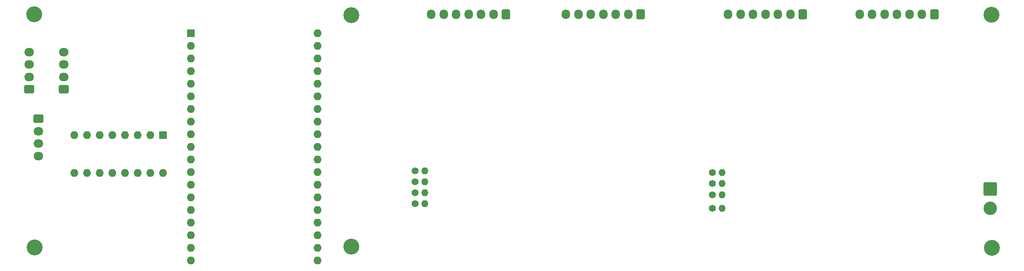
<source format=gbr>
%TF.GenerationSoftware,KiCad,Pcbnew,9.0.4*%
%TF.CreationDate,2025-10-02T14:04:06+09:00*%
%TF.ProjectId,LTC6811_ESP32_Master_V5P3,4c544336-3831-4315-9f45-535033325f4d,rev?*%
%TF.SameCoordinates,Original*%
%TF.FileFunction,Soldermask,Bot*%
%TF.FilePolarity,Negative*%
%FSLAX46Y46*%
G04 Gerber Fmt 4.6, Leading zero omitted, Abs format (unit mm)*
G04 Created by KiCad (PCBNEW 9.0.4) date 2025-10-02 14:04:06*
%MOMM*%
%LPD*%
G01*
G04 APERTURE LIST*
G04 Aperture macros list*
%AMRoundRect*
0 Rectangle with rounded corners*
0 $1 Rounding radius*
0 $2 $3 $4 $5 $6 $7 $8 $9 X,Y pos of 4 corners*
0 Add a 4 corners polygon primitive as box body*
4,1,4,$2,$3,$4,$5,$6,$7,$8,$9,$2,$3,0*
0 Add four circle primitives for the rounded corners*
1,1,$1+$1,$2,$3*
1,1,$1+$1,$4,$5*
1,1,$1+$1,$6,$7*
1,1,$1+$1,$8,$9*
0 Add four rect primitives between the rounded corners*
20,1,$1+$1,$2,$3,$4,$5,0*
20,1,$1+$1,$4,$5,$6,$7,0*
20,1,$1+$1,$6,$7,$8,$9,0*
20,1,$1+$1,$8,$9,$2,$3,0*%
G04 Aperture macros list end*
%ADD10C,3.200000*%
%ADD11RoundRect,0.250000X0.725000X-0.600000X0.725000X0.600000X-0.725000X0.600000X-0.725000X-0.600000X0*%
%ADD12O,1.950000X1.700000*%
%ADD13R,1.600000X1.600000*%
%ADD14O,1.600000X1.600000*%
%ADD15C,1.400000*%
%ADD16O,1.400000X1.400000*%
%ADD17O,1.700000X1.950000*%
%ADD18RoundRect,0.250000X0.600000X0.725000X-0.600000X0.725000X-0.600000X-0.725000X0.600000X-0.725000X0*%
%ADD19RoundRect,0.250001X-1.099999X1.099999X-1.099999X-1.099999X1.099999X-1.099999X1.099999X1.099999X0*%
%ADD20C,2.700000*%
%ADD21RoundRect,0.250000X-0.725000X0.600000X-0.725000X-0.600000X0.725000X-0.600000X0.725000X0.600000X0*%
G04 APERTURE END LIST*
D10*
%TO.C,J21*%
X67600000Y4300000D03*
%TD*%
%TO.C,J4*%
X196000000Y4000000D03*
%TD*%
%TO.C,J3*%
X4000000Y51000000D03*
%TD*%
%TO.C,J18*%
X67600000Y50800000D03*
%TD*%
%TO.C,J7*%
X4100000Y4100000D03*
%TD*%
%TO.C,J19*%
X195900000Y50900000D03*
%TD*%
D11*
%TO.C,J1*%
X9900000Y35900000D03*
D12*
X9900000Y38400000D03*
X9900000Y40900000D03*
X9900000Y43400000D03*
%TD*%
D13*
%TO.C,U8*%
X35365000Y47178072D03*
D14*
X35365000Y44638072D03*
X35365000Y42098072D03*
X35365000Y39558072D03*
X35365000Y37018072D03*
X35365000Y34478072D03*
X35365000Y31938072D03*
X35365000Y29398072D03*
X35365000Y26858072D03*
X35365000Y24318072D03*
X35365000Y21778072D03*
X35365000Y19238072D03*
X35365000Y16698072D03*
X35365000Y14158072D03*
X35365000Y11618072D03*
X35365000Y9078072D03*
X35365000Y6538072D03*
X35365000Y3998072D03*
X35365000Y1458072D03*
X60765000Y1458072D03*
X60765000Y3998072D03*
X60765000Y6538072D03*
X60765000Y9078072D03*
X60765000Y11618072D03*
X60765000Y14158072D03*
X60765000Y16698072D03*
X60765000Y19238072D03*
X60765000Y21778072D03*
X60765000Y24318072D03*
X60765000Y26858072D03*
X60765000Y29398072D03*
X60765000Y31938072D03*
X60765000Y34478072D03*
X60765000Y37018072D03*
X60765000Y39558072D03*
X60765000Y42098072D03*
X60765000Y44638072D03*
X60765000Y47178072D03*
%TD*%
D15*
%TO.C,TH8*%
X139995000Y14700000D03*
D16*
X141895000Y14700000D03*
%TD*%
D13*
%TO.C,SW1*%
X29800000Y26667500D03*
D14*
X27260000Y26667500D03*
X24720000Y26667500D03*
X22180000Y26667500D03*
X19640000Y26667500D03*
X17100000Y26667500D03*
X14560000Y26667500D03*
X12020000Y26667500D03*
X12020000Y19047500D03*
X14560000Y19047500D03*
X17100000Y19047500D03*
X19640000Y19047500D03*
X22180000Y19047500D03*
X24720000Y19047500D03*
X27260000Y19047500D03*
X29800000Y19047500D03*
%TD*%
D15*
%TO.C,TH3*%
X80395000Y15100000D03*
D16*
X82295000Y15100000D03*
%TD*%
D15*
%TO.C,TH9*%
X139995000Y17000000D03*
D16*
X141895000Y17000000D03*
%TD*%
D15*
%TO.C,TH7*%
X139995000Y12000000D03*
D16*
X141895000Y12000000D03*
%TD*%
D17*
%TO.C,J11*%
X83600000Y51000000D03*
X86100000Y51000000D03*
X88600000Y51000000D03*
X91100000Y51000000D03*
X93600000Y51000000D03*
X96100000Y51000000D03*
D18*
X98600000Y51000000D03*
%TD*%
D15*
%TO.C,TH5*%
X80395000Y19500000D03*
D16*
X82295000Y19500000D03*
%TD*%
D19*
%TO.C,J6*%
X195700000Y15900000D03*
D20*
X195700000Y11940000D03*
%TD*%
D17*
%TO.C,J10*%
X110600000Y51000000D03*
X113100000Y51000000D03*
X115600000Y51000000D03*
X118100000Y51000000D03*
X120600000Y51000000D03*
X123100000Y51000000D03*
D18*
X125600000Y51000000D03*
%TD*%
D15*
%TO.C,TH4*%
X80395000Y17300000D03*
D16*
X82295000Y17300000D03*
%TD*%
D17*
%TO.C,J13*%
X143100000Y51000000D03*
X145600000Y51000000D03*
X148100000Y51000000D03*
X150600000Y51000000D03*
X153100000Y51000000D03*
X155600000Y51000000D03*
D18*
X158100000Y51000000D03*
%TD*%
D21*
%TO.C,J23*%
X4800000Y30000000D03*
D12*
X4800000Y27500000D03*
X4800000Y25000000D03*
X4800000Y22500000D03*
%TD*%
D17*
%TO.C,J12*%
X169500000Y51000000D03*
X172000000Y51000000D03*
X174500000Y51000000D03*
X177000000Y51000000D03*
X179500000Y51000000D03*
X182000000Y51000000D03*
D18*
X184500000Y51000000D03*
%TD*%
D15*
%TO.C,TH10*%
X139995000Y19200000D03*
D16*
X141895000Y19200000D03*
%TD*%
D11*
%TO.C,J5*%
X3000000Y35900000D03*
D12*
X3000000Y38400000D03*
X3000000Y40900000D03*
X3000000Y43400000D03*
%TD*%
D15*
%TO.C,TH2*%
X80395000Y12900000D03*
D16*
X82295000Y12900000D03*
%TD*%
M02*

</source>
